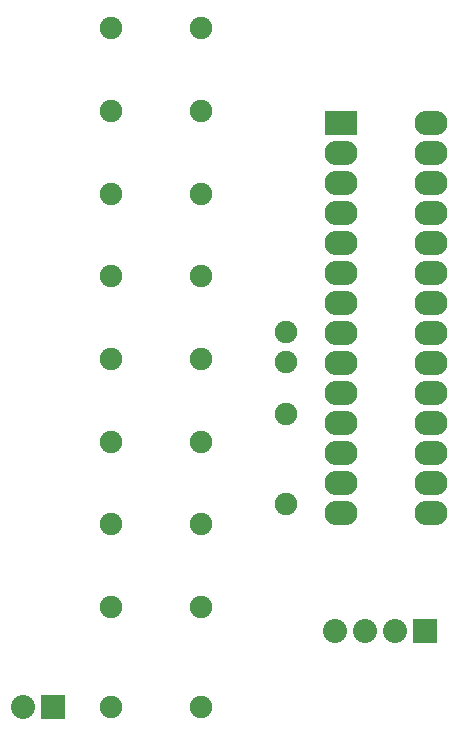
<source format=gbs>
G04 (created by PCBNEW-RS274X (2012-apr-16-27)-stable) date Sa 15 Jun 2013 15:32:55 CEST*
G01*
G70*
G90*
%MOIN*%
G04 Gerber Fmt 3.4, Leading zero omitted, Abs format*
%FSLAX34Y34*%
G04 APERTURE LIST*
%ADD10C,0.006000*%
%ADD11C,0.075000*%
%ADD12R,0.080000X0.080000*%
%ADD13C,0.080000*%
%ADD14O,0.110000X0.082000*%
%ADD15R,0.110000X0.082000*%
G04 APERTURE END LIST*
G54D10*
G54D11*
X56571Y-40748D03*
X59571Y-40748D03*
X56571Y-37992D03*
X59571Y-37992D03*
X56571Y-35236D03*
X59571Y-35236D03*
X56571Y-32480D03*
X59571Y-32480D03*
X56571Y-29724D03*
X59571Y-29724D03*
X56571Y-26969D03*
X59571Y-26969D03*
X56571Y-24213D03*
X59571Y-24213D03*
X56571Y-21457D03*
X59571Y-21457D03*
X62402Y-37327D03*
X62402Y-34327D03*
X56571Y-44094D03*
X59571Y-44094D03*
G54D12*
X67051Y-41535D03*
G54D13*
X66051Y-41535D03*
X65051Y-41535D03*
X64051Y-41535D03*
G54D12*
X54634Y-44094D03*
G54D13*
X53634Y-44094D03*
G54D14*
X64248Y-25602D03*
X64248Y-26602D03*
X64248Y-27602D03*
X64248Y-28602D03*
X64248Y-29602D03*
X64248Y-30602D03*
X64248Y-31602D03*
X64248Y-32602D03*
X64248Y-33602D03*
X64248Y-34602D03*
X64248Y-35602D03*
X64248Y-36602D03*
X64248Y-37602D03*
G54D15*
X64248Y-24602D03*
G54D14*
X67248Y-37602D03*
X67248Y-36602D03*
X67248Y-35602D03*
X67248Y-34602D03*
X67248Y-33602D03*
X67248Y-32602D03*
X67248Y-31602D03*
X67248Y-30602D03*
X67248Y-29602D03*
X67248Y-28602D03*
X67248Y-27602D03*
X67248Y-26602D03*
X67248Y-25602D03*
X67248Y-24602D03*
G54D11*
X62402Y-32587D03*
X62402Y-31587D03*
M02*

</source>
